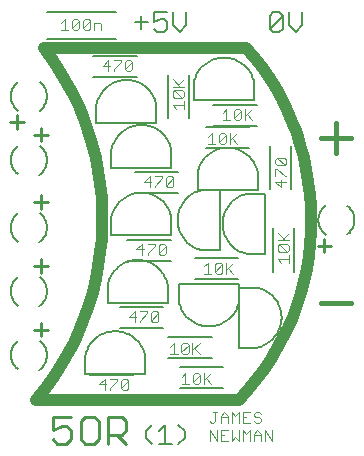
<source format=gto>
G04 Output by ViewMate Deluxe V11.0.9  PentaLogix LLC*
G04 Sun May 11 19:32:23 2014*
%FSLAX33Y33*%
%MOMM*%
%IPPOS*%
%ADD15C,0.0762*%
%ADD16C,0.127*%
%ADD105C,0.254*%
%ADD106C,0.4064*%
%ADD107C,0.1524*%
%ADD108C,0.1016*%
%ADD109C,1.016*%

%LPD*%
X0Y0D2*D15*G1X18844Y28090D2*X18687Y28247D1*X18372Y28247*X18217Y28090*X18217Y27462*X18372Y27305*X18687Y27305*X18844Y27462*X18844Y28090*X18217Y27462*X16815Y28247D2*X16815Y27305D1*X17280Y28247D2*X17907Y28247D1*X17907Y28090*X17280Y27462*X17280Y27305*X16972Y27775D2*X16345Y27775D1*X16815Y28247*X14414Y37932D2*X14414Y38090D1*X13787Y38090*X13322Y37148D2*X13322Y38090D1*X12852Y37617*X13480Y37617*X13787Y37148D2*X13787Y37305D1*X14414Y37932*X14724Y37305D2*X14724Y37932D1*X14879Y38090*X15194Y38090*X15352Y37932*X15352Y37305D2*X15352Y37932D1*X14724Y37305*X14879Y37148*X15194Y37148*X15352Y37305*X19553Y34897D2*X18926Y34897D1*X19240Y35989D2*X19710Y36459D1*X19398Y35832D2*X18771Y36459D1*X18771Y35832D2*X19710Y35832D1*X18926Y35522D2*X19553Y35522D1*X19710Y35367*X19710Y35052*X19553Y34897*X18926Y35522*X18771Y35367*X18771Y35052*X18926Y34897*X19083Y33960D2*X18771Y34275D1*X19710Y34275*X19710Y33960D2*X19710Y34587D1*X23782Y31458D2*X24254Y30988D1*X23627Y31303D2*X24254Y31930D1*X23627Y31930D2*X23627Y30988D1*X23160Y31930D2*X23317Y31773D1*X21755Y31615D2*X22068Y31930D1*X22068Y30988*X22382Y30988D2*X21755Y30988D1*X22690Y31145D2*X22847Y30988D1*X23160Y30988*X23317Y31145*X23317Y31773*X22690Y31145*X22690Y31773*X22847Y31930*X23160Y31930*X23012Y33647D2*X23325Y33962D1*X23325Y33020*X23640Y33020D2*X23012Y33020D1*X24574Y33805D2*X24420Y33962D1*X24105Y33962*X23947Y33805*X23947Y33177*X24574Y33177D2*X24574Y33805D1*X23947Y33177*X24105Y33020*X24420Y33020*X24574Y33177*X24884Y33962D2*X24884Y33020D1*X24884Y33335D2*X25512Y33962D1*X25512Y33020D2*X25039Y33490D1*X27625Y29177D2*X28252Y29177D1*X27625Y29804D2*X28252Y29804D1*X28410Y29647*X28410Y29334*X28252Y29177*X27625Y29804*X27470Y29647*X27470Y29334*X27625Y29177*X28410Y27775D2*X27470Y27775D1*X27940Y27305*X27470Y28242D2*X27470Y28867D1*X27625Y28867*X28252Y28242*X28410Y28242*X27940Y27305D2*X27940Y27932D1*X28443Y21880D2*X27816Y21880D1*X28130Y22972D2*X28600Y23442D1*X28288Y22814D2*X27661Y23442D1*X27661Y22814D2*X28600Y22814D1*X27816Y22504D2*X28443Y22504D1*X28600Y22349*X28600Y22034*X28443Y21880*X27816Y22504*X27661Y22349*X27661Y22034*X27816Y21880*X27973Y20942D2*X27661Y21257D1*X28600Y21570D2*X28600Y20942D1*X27661Y21257D2*X28600Y21257D1*X23452Y20472D2*X23924Y20002D1*X23297Y20317D2*X23924Y20945D1*X23297Y20945D2*X23297Y20002D1*X22987Y20787D2*X22987Y20160D1*X22832Y20002*X22517Y20002*X22360Y20160*X22987Y20787*X22832Y20945*X22517Y20945*X22360Y20787*X22360Y20160*X21425Y20002D2*X22052Y20002D1*X21737Y20002D2*X21737Y20945D1*X21425Y20630*X18209Y22375D2*X18052Y22532D1*X17737Y22532*X17582Y22375*X17582Y21747*X17737Y21590*X18052Y21590*X18209Y21747*X18209Y22375*X17582Y21747*X16180Y21590D2*X16180Y22532D1*X15710Y22060*X16337Y22060*X16645Y22532D2*X17272Y22532D1*X17272Y22375*X16645Y21747*X16645Y21590*X16637Y16660D2*X16637Y16817D1*X16010Y16817*X15702Y16345D2*X15075Y16345D1*X15545Y16817*X15545Y15875*X16010Y15875D2*X16010Y16032D1*X16637Y16660*X17574Y16660D2*X17417Y16817D1*X17102Y16817*X16947Y16660*X16947Y16032*X17417Y15875D2*X17574Y16032D1*X17574Y16660*X16947Y16032*X17102Y15875*X17417Y15875*X21560Y11138D2*X22032Y10668D1*X21405Y10983D2*X22032Y11610D1*X21405Y11610D2*X21405Y10668D1*X20937Y11610D2*X21095Y11453D1*X19533Y11295D2*X19845Y11610D1*X19845Y10668*X20160Y10668D2*X19533Y10668D1*X20467Y10825D2*X20625Y10668D1*X20937Y10668*X21095Y10825*X21095Y11453*X20467Y10825*X20467Y11453*X20625Y11610*X20937Y11610*X20607Y13678D2*X21079Y13208D1*X20452Y13523D2*X21079Y14150D1*X20452Y14150D2*X20452Y13208D1*X20142Y13993D2*X19985Y14150D1*X19672Y14150*X19515Y13993*X19515Y13365D2*X19672Y13208D1*X19985Y13208*X20142Y13365*X20142Y13993*X19515Y13365*X19515Y13993*X18580Y13835D2*X18893Y14150D1*X18893Y13208*X18580Y13208D2*X19207Y13208D1*X15034Y10945D2*X14877Y11102D1*X14562Y11102*X14407Y10945*X14407Y10317D2*X14562Y10160D1*X14877Y10160*X15034Y10317*X15034Y10945*X14407Y10317*X14407Y10945*X13005Y10160D2*X13005Y11102D1*X12535Y10630*X13470Y11102D2*X14097Y11102D1*X14097Y10945*X13470Y10317*X13470Y10160*X12535Y10630D2*X13162Y10630D1*D16*X20574Y36220D2*X20610Y36375D1*X20655Y36525*X20709Y36675*X20772Y36820*X20843Y36960*X20925Y37097*X21013Y37229*X21110Y37353*X21212Y37473*X21323Y37584*X21440Y37691*X21565Y37790*X21694Y37879*X21829Y37963*X21968Y38036*X22113Y38103*X22261Y38158*X22410Y38207*X22565Y38245*X22720Y38273*X22878Y38293*X23035Y38303*X23193Y38303*X23350Y38293*X23508Y38273*X23663Y38245*X23818Y38207*X23967Y38158*X24115Y38103*X24260Y38036*X24399Y37963*X24534Y37879*X24663Y37790*X24788Y37691*X24905Y37584*X25016Y37473*X25118Y37353*X25215Y37229*X25303Y37097*X25385Y36960*X25456Y36820*X25519Y36675*X25573Y36525*X25618Y36375*X25654Y36220*X25654Y34696*X20574Y34696*X20574Y36220*X16446Y13043D2*X16411Y13198D1*X16365Y13348*X16312Y13498*X16248Y13642*X16177Y13782*X16096Y13919*X16007Y14051*X15911Y14176*X15809Y14295*X15697Y14407*X15580Y14514*X15456Y14613*X15326Y14702*X15192Y14785*X15052Y14859*X14907Y14925*X14760Y14981*X14610Y15029*X14455Y15067*X14300Y15095*X14143Y15116*X13985Y15126*X13828Y15126*X13670Y15116*X13513Y15095*X13358Y15067*X13203Y15029*X13053Y14981*X12906Y14925*X12761Y14859*X12621Y14785*X12487Y14702*X12357Y14613*X12233Y14514*X12116Y14407*X12004Y14295*X11902Y14176*X11806Y14051*X11717Y13919*X11636Y13782*X11565Y13642*X11501Y13498*X11448Y13348*X11402Y13198*X11366Y13043*X11366Y11519*X16446Y11519*X16446Y13043*X19304Y17615D2*X19340Y17460D1*X19385Y17310*X19439Y17160*X19502Y17015*X19573Y16876*X19655Y16739*X19743Y16607*X19840Y16482*X19942Y16363*X20053Y16251*X20170Y16144*X20295Y16045*X20424Y15956*X20559Y15872*X20698Y15799*X20843Y15733*X20991Y15677*X21140Y15629*X21295Y15591*X21450Y15563*X21608Y15542*X21765Y15532*X21923Y15532*X22080Y15542*X22238Y15563*X22393Y15591*X22548Y15629*X22697Y15677*X22845Y15733*X22990Y15799*X23129Y15872*X23264Y15956*X23393Y16045*X23518Y16144*X23635Y16251*X23746Y16363*X23848Y16482*X23945Y16607*X24033Y16739*X24115Y16876*X24186Y17015*X24249Y17160*X24303Y17310*X24348Y17460*X24384Y17615*X25082Y21679D2*X24928Y21714D1*X24778Y21760*X24628Y21814*X24483Y21877*X24343Y21948*X24206Y22029*X24074Y22118*X23950Y22215*X23830Y22316*X23719Y22428*X23612Y22545*X23513Y22670*X23424Y22799*X23340Y22934*X23266Y23073*X23200Y23218*X23144Y23365*X23096Y23515*X23058Y23670*X23030Y23825*X23010Y23983*X23000Y24140*X23000Y24298*X23010Y24455*X23030Y24613*X23058Y24768*X23096Y24922*X23144Y25072*X23200Y25220*X23266Y25364*X23340Y25504*X23424Y25639*X23513Y25768*X23612Y25893*X23719Y26010*X23830Y26121*X23950Y26223*X24074Y26319*X24206Y26408*X24343Y26490*X24483Y26561*X24628Y26624*X24778Y26678*X24928Y26723*X25082Y26759*X25972Y28600D2*X25936Y28755D1*X25890Y28905*X25837Y29055*X25773Y29200*X25702Y29340*X25621Y29477*X25532Y29609*X25436Y29733*X25334Y29853*X25222Y29964*X25105Y30071*X24981Y30170*X24851Y30259*X24717Y30343*X24577Y30416*X24432Y30483*X24285Y30538*X24135Y30587*X23980Y30625*X23825Y30653*X23668Y30673*X23510Y30683*X23353Y30683*X23195Y30673*X23038Y30653*X22883Y30625*X22728Y30587*X22578Y30538*X22431Y30483*X22286Y30416*X22146Y30343*X22012Y30259*X21882Y30170*X21758Y30071*X21641Y29964*X21529Y29853*X21427Y29733*X21331Y29609*X21242Y29477*X21161Y29340*X21090Y29200*X21026Y29055*X20973Y28905*X20927Y28755*X20892Y28600*X18669Y24790D2*X18633Y24945D1*X18588Y25095*X18534Y25245*X18471Y25390*X18400Y25530*X18318Y25667*X18230Y25799*X18133Y25923*X18031Y26043*X17920Y26154*X17803Y26261*X17678Y26360*X17549Y26449*X17414Y26533*X17275Y26606*X17130Y26673*X16982Y26728*X16833Y26777*X16678Y26815*X16523Y26843*X16365Y26863*X16208Y26873*X16050Y26873*X15893Y26863*X15735Y26843*X15580Y26815*X15425Y26777*X15276Y26728*X15128Y26673*X14983Y26606*X14844Y26533*X14709Y26449*X14580Y26360*X14455Y26261*X14338Y26154*X14227Y26043*X14125Y25923*X14028Y25799*X13940Y25667*X13858Y25530*X13787Y25390*X13724Y25245*X13670Y25095*X13625Y24945*X13589Y24790*X13589Y23266*X18669Y23266*X18669Y24790*X21272Y21996D2*X21118Y22032D1*X20968Y22078*X20818Y22131*X20673Y22195*X20533Y22266*X20396Y22347*X20264Y22436*X20140Y22532*X20020Y22634*X19909Y22746*X19802Y22863*X19703Y22987*X19614Y23117*X19530Y23251*X19456Y23391*X19390Y23536*X19334Y23683*X19286Y23833*X19248Y23988*X19220Y24143*X19200Y24300*X19190Y24458*X19190Y24615*X19200Y24773*X19220Y24930*X19248Y25085*X19286Y25240*X19334Y25390*X19390Y25537*X19456Y25682*X19530Y25822*X19614Y25956*X19703Y26086*X19802Y26210*X19909Y26327*X20020Y26439*X20140Y26540*X20264Y26637*X20396Y26726*X20533Y26807*X20673Y26878*X20818Y26942*X20968Y26995*X21118Y27041*X21272Y27076*X22796Y27076*X22796Y21996*X21272Y21996*X18352Y19075D2*X18316Y19230D1*X18270Y19380*X18217Y19530*X18153Y19675*X18082Y19815*X18001Y19952*X17912Y20084*X17816Y20208*X17714Y20328*X17602Y20439*X17485Y20546*X17361Y20645*X17231Y20734*X17097Y20818*X16957Y20892*X16812Y20958*X16665Y21013*X16515Y21062*X16360Y21100*X16205Y21128*X16048Y21148*X15890Y21158*X15733Y21158*X15575Y21148*X15418Y21128*X15263Y21100*X15108Y21062*X14958Y21013*X14811Y20958*X14666Y20892*X14526Y20818*X14392Y20734*X14262Y20645*X14138Y20546*X14021Y20439*X13909Y20328*X13807Y20208*X13711Y20084*X13622Y19952*X13541Y19815*X13470Y19675*X13406Y19530*X13353Y19380*X13307Y19230*X13272Y19075*X13272Y17551*X18352Y17551*X18352Y19075*X19304Y17615D2*X19304Y19139D1*X24384Y19139*X25908Y18821D2*X26063Y18786D1*X26213Y18740*X26363Y18687*X26507Y18623*X26647Y18552*X26784Y18471*X26916Y18382*X27041Y18285*X27160Y18184*X27272Y18072*X27379Y17955*X27478Y17831*X27567Y17701*X27650Y17567*X27724Y17427*X27790Y17282*X27846Y17135*X27894Y16985*X27932Y16830*X27960Y16675*X27981Y16518*X27991Y16360*X27991Y16203*X27981Y16045*X27960Y15888*X27932Y15733*X27894Y15578*X27846Y15428*X27790Y15281*X27724Y15136*X27650Y14996*X27567Y14862*X27478Y14732*X27379Y14608*X27272Y14491*X27160Y14379*X27041Y14277*X26916Y14181*X26784Y14092*X26647Y14011*X26507Y13940*X26363Y13876*X26213Y13823*X26063Y13777*X25908Y13741*X24384Y13741*X24384Y18821*X25908Y18821*X24384Y19139D2*X24384Y17615D1*X25082Y21679D2*X26606Y21679D1*X26606Y26759*X25082Y26759*X25972Y28600D2*X25972Y27076D1*X20892Y27076*X20892Y28600*X18669Y30505D2*X18633Y30660D1*X18588Y30810*X18534Y30960*X18471Y31105*X18400Y31245*X18318Y31382*X18230Y31514*X18133Y31638*X18031Y31758*X17920Y31869*X17803Y31976*X17678Y32075*X17549Y32164*X17414Y32248*X17275Y32322*X17130Y32388*X16982Y32443*X16833Y32492*X16678Y32530*X16523Y32558*X16365Y32578*X16208Y32588*X16050Y32588*X15893Y32578*X15735Y32558*X15580Y32530*X15425Y32492*X15276Y32443*X15128Y32388*X14983Y32322*X14844Y32248*X14709Y32164*X14580Y32075*X14455Y31976*X14338Y31869*X14227Y31758*X14125Y31638*X14028Y31514*X13940Y31382*X13858Y31245*X13787Y31105*X13724Y30960*X13670Y30810*X13625Y30660*X13589Y30505*X12319Y34315D2*X12355Y34470D1*X12400Y34620*X12454Y34770*X12517Y34915*X12588Y35055*X12670Y35192*X12758Y35324*X12855Y35448*X12957Y35568*X13068Y35679*X13185Y35786*X13310Y35885*X13439Y35974*X13574Y36058*X13713Y36132*X13858Y36198*X14006Y36253*X14155Y36302*X14310Y36340*X14465Y36368*X14623Y36388*X14780Y36398*X14938Y36398*X15095Y36388*X15253Y36368*X15408Y36340*X15563Y36302*X15712Y36253*X15860Y36198*X16005Y36132*X16144Y36058*X16279Y35974*X16408Y35885*X16533Y35786*X16650Y35679*X16761Y35568*X16863Y35448*X16960Y35324*X17048Y35192*X17130Y35055*X17201Y34915*X17264Y34770*X17318Y34620*X17363Y34470*X17399Y34315*X17399Y32791*X12319Y32791*X12319Y34315*X13589Y30505D2*X13589Y28981D1*X18669Y28981*X18669Y30505*D105*X31623Y22949D2*X31623Y21806D1*X31052Y22377D2*X32194Y22377D1*X5588Y33426D2*X5588Y32283D1*X6160Y32855D2*X5016Y32855D1*X7048Y31775D2*X8192Y31775D1*X7620Y31204D2*X7620Y32347D1*X7048Y26060D2*X8192Y26060D1*X7620Y25489D2*X7620Y26632D1*X7048Y20663D2*X8192Y20663D1*X7620Y20091D2*X7620Y21234D1*X7048Y15265D2*X8192Y15265D1*X7620Y14694D2*X7620Y15837D1*X14077Y6375D2*X14839Y5613D1*X13315Y7902D2*X14458Y7902D1*X14839Y7521*X14839Y6759*X14458Y6375*X13315Y6375*X13315Y7902D2*X13315Y5613D1*X10975Y7521D2*X11356Y7902D1*X12118Y7902*X12499Y7521*X12499Y5994*X12118Y5613*X11356Y5613*X10975Y5994*X10975Y7521*X10163Y7902D2*X8636Y7902D1*X8636Y6759*X9398Y7140*X9779Y7140*X10163Y6759*X10163Y5994*X9779Y5613*X9017Y5613*X8636Y5994*D106*X31369Y31521D2*X33909Y31521D1*X32639Y30251D2*X32639Y32791D1*X31369Y17551D2*X33909Y17551D1*D107*X31115Y24536D2*X31120Y24656D1*X31135Y24778*X31158Y24895*X31191Y25011*X31232Y25123*X31285Y25235*X31344Y25339*X31410Y25438*X31486Y25532*X31570Y25621*X31659Y25702*X31753Y25776*X34163Y24536D2*X34158Y24422D1*X34145Y24305*X34125Y24194*X34094Y24082*X34054Y23973*X34008Y23866*X33952Y23764*X33891Y23668*X33823Y23576*X33746Y23487*X33663Y23409*X33574Y23332*X31115Y24536D2*X31120Y24420D1*X31133Y24303*X31156Y24186*X31186Y24072*X31227Y23962*X31275Y23856*X31333Y23752*X31397Y23652*X31468Y23561*X31547Y23472*X31633Y23391*X31725Y23317*X34163Y24536D2*X34158Y24651D1*X34145Y24768*X34125Y24879*X34094Y24991*X34054Y25100*X34008Y25207*X33952Y25309*X33891Y25405*X33823Y25497*X33746Y25585*X33663Y25664*X33574Y25740*X29083Y20155D2*X29083Y23838D1*X27305Y23838D2*X27305Y20155D1*X15558Y28600D2*X19240Y28600D1*X19240Y26822D2*X15558Y26822D1*X14922Y22885D2*X18606Y22885D1*X18606Y21107D2*X14922Y21107D1*X24320Y21298D2*X20638Y21298D1*X20638Y19520D2*X24320Y19520D1*X14288Y17170D2*X17970Y17170D1*X17970Y15392D2*X14288Y15392D1*X22098Y14630D2*X18415Y14630D1*X18415Y12852D2*X22098Y12852D1*X23050Y12090D2*X19368Y12090D1*X19368Y10312D2*X23050Y10312D1*X19251Y5563D2*X19794Y6106D1*X19794Y6647*X19251Y7191*X17066Y7191D2*X16523Y6647D1*X17615Y6647D2*X18156Y7191D1*X18156Y5563*X17615Y5563D2*X18699Y5563D1*X17066Y5563D2*X16523Y6106D1*X16523Y6647*X15430Y9677D2*X11748Y9677D1*X11748Y11455D2*X15430Y11455D1*X7518Y14326D2*X7610Y14252D1*X7696Y14171*X7775Y14082*X7846Y13990*X7910Y13891*X7968Y13787*X8016Y13680*X8057Y13571*X8087Y13457*X8110Y13340*X8123Y13223*X8128Y13106*X5669Y11902D2*X5580Y11979D1*X5497Y12057*X5420Y12146*X5352Y12238*X5291Y12334*X5235Y12436*X5189Y12543*X5149Y12652*X5118Y12764*X5098Y12875*X5085Y12992*X5080Y13106*X5669Y14310D2*X5580Y14234D1*X5497Y14155*X5420Y14067*X5352Y13975*X5291Y13879*X5235Y13777*X5189Y13670*X5149Y13561*X5118Y13449*X5098Y13338*X5085Y13221*X5080Y13106*X7490Y11867D2*X7584Y11941D1*X7673Y12022*X7757Y12111*X7833Y12205*X7899Y12304*X7958Y12408*X8011Y12520*X8052Y12631*X8085Y12748*X8108Y12865*X8123Y12987*X8128Y13106*X7518Y19723D2*X7610Y19649D1*X7696Y19568*X7775Y19479*X7846Y19388*X7910Y19289*X7968Y19185*X8016Y19078*X8057Y18969*X8087Y18854*X8110Y18738*X8123Y18621*X8128Y18504*X5669Y17300D2*X5580Y17376D1*X5497Y17455*X5420Y17544*X5352Y17635*X5291Y17732*X5235Y17833*X5189Y17940*X5149Y18049*X5118Y18161*X5098Y18273*X5085Y18390*X5080Y18504*X5669Y19708D2*X5580Y19632D1*X5497Y19553*X5420Y19464*X5352Y19373*X5291Y19276*X5235Y19174*X5189Y19068*X5149Y18959*X5118Y18847*X5098Y18735*X5085Y18618*X5080Y18504*X7490Y17264D2*X7584Y17338D1*X7673Y17419*X7757Y17508*X7833Y17602*X7899Y17701*X7958Y17805*X8011Y17917*X8052Y18029*X8085Y18146*X8108Y18263*X8123Y18385*X8128Y18504*X7518Y25121D2*X7610Y25047D1*X7696Y24966*X7775Y24877*X7846Y24785*X7910Y24686*X7968Y24582*X8016Y24475*X8057Y24366*X8087Y24252*X8110Y24135*X8123Y24018*X8128Y23901*X5669Y22697D2*X5580Y22774D1*X5497Y22852*X5420Y22941*X5352Y23033*X5291Y23129*X5235Y23231*X5189Y23338*X5149Y23447*X5118Y23558*X5098Y23670*X5085Y23787*X5080Y23901*X5669Y25105D2*X5580Y25029D1*X5497Y24950*X5420Y24862*X5352Y24770*X5291Y24674*X5235Y24572*X5189Y24465*X5149Y24356*X5118Y24244*X5098Y24133*X5085Y24016*X5080Y23901*X7490Y22662D2*X7584Y22736D1*X7673Y22817*X7757Y22906*X7833Y23000*X7899Y23099*X7958Y23203*X8011Y23315*X8052Y23426*X8085Y23543*X8108Y23660*X8123Y23782*X8128Y23901*X7518Y30836D2*X7610Y30762D1*X7696Y30681*X7775Y30592*X7846Y30500*X7910Y30401*X7968Y30297*X8016Y30190*X8057Y30081*X8087Y29967*X8110Y29850*X8123Y29733*X8128Y29616*X5669Y28412D2*X5580Y28489D1*X5497Y28567*X5420Y28656*X5352Y28748*X5291Y28844*X5235Y28946*X5189Y29053*X5149Y29162*X5118Y29274*X5098Y29385*X5085Y29502*X5080Y29616*X5669Y30820D2*X5580Y30744D1*X5497Y30665*X5420Y30577*X5352Y30485*X5291Y30389*X5235Y30287*X5189Y30180*X5149Y30071*X5118Y29959*X5098Y29848*X5085Y29731*X5080Y29616*X7490Y28377D2*X7584Y28451D1*X7673Y28532*X7757Y28621*X7833Y28715*X7899Y28814*X7958Y28918*X8011Y29030*X8052Y29141*X8085Y29258*X8108Y29375*X8123Y29497*X8128Y29616*X7539Y36218D2*X7628Y36142D1*X7711Y36063*X7788Y35974*X7856Y35883*X7917Y35786*X7973Y35684*X8019Y35578*X8059Y35469*X8090Y35357*X8110Y35245*X8123Y35128*X8128Y35014*X5690Y33795D2*X5598Y33868D1*X5512Y33950*X5433Y34039*X5362Y34130*X5298Y34229*X5240Y34333*X5192Y34440*X5151Y34549*X5121Y34663*X5098Y34780*X5085Y34897*X5080Y35014*X5718Y36253D2*X5624Y36180D1*X5535Y36098*X5451Y36010*X5375Y35916*X5309Y35817*X5250Y35712*X5197Y35601*X5156Y35489*X5123Y35372*X5100Y35255*X5085Y35133*X5080Y35014*X7539Y33810D2*X7628Y33886D1*X7711Y33965*X7788Y34054*X7856Y34145*X7917Y34242*X7973Y34343*X8019Y34450*X8059Y34559*X8090Y34671*X8110Y34783*X8123Y34900*X8128Y35014*X16114Y40759D2*X16114Y41844D1*X18844Y42116D2*X18844Y41031D1*X19929Y42116D2*X19929Y41031D1*X19388Y40488*X18844Y41031*X18021Y41572D2*X17750Y41572D1*X17208Y41300*X17208Y40759D2*X17478Y40488D1*X18021Y40488*X18293Y40759*X18293Y41300*X18021Y41572*X18293Y42116D2*X17208Y42116D1*X17208Y41300*X15570Y41300D2*X16655Y41300D1*X8128Y42189D2*X13970Y42189D1*X13970Y39903D2*X8128Y39903D1*X12065Y38443D2*X15748Y38443D1*X15748Y36665D2*X12065Y36665D1*X18415Y33172D2*X18415Y36855D1*X20193Y36855D2*X20193Y33172D1*X29723Y42116D2*X29723Y41031D1*X29180Y40488*X28638Y41031*X28638Y42116*X28085Y41844D2*X27813Y42116D1*X27272Y42116*X27000Y41844*X27000Y40759*X27272Y40488D2*X27813Y40488D1*X28085Y40759*X28085Y41844*X27000Y40759*X27272Y40488*X22225Y34315D2*X25908Y34315D1*X25908Y32537D2*X22225Y32537D1*X21590Y32410D2*X25273Y32410D1*X25273Y30632D2*X21590Y30632D1*X26988Y27140D2*X26988Y30823D1*X28766Y30823D2*X28766Y27140D1*D108*X9322Y41262D2*X9627Y41570D1*X9627Y40653*X9931Y40653D2*X9322Y40653D1*X10257Y40805D2*X10257Y41415D1*X10409Y41570*X10714Y41570*X10869Y41415*X10257Y40805*X10409Y40653*X10714Y40653*X10869Y40805*X10869Y41415*X11803Y41415D2*X11651Y41570D1*X11346Y41570*X11194Y41415*X11194Y40805*X11803Y40805D2*X11803Y41415D1*X11194Y40805*X11346Y40653*X11651Y40653*X11803Y40805*X12128Y40653D2*X12128Y41262D1*X12586Y41262*X12738Y41110*X12738Y40653*X26093Y8296D2*X26246Y8141D1*X21895Y5855D2*X21895Y6772D1*X22504Y5855*X21895Y7531D2*X22047Y7379D1*X22200Y7379*X22200Y8296D2*X22504Y8296D1*X22352Y8296D2*X22352Y7531D1*X22200Y7379*X22504Y5855D2*X22504Y6772D1*X23134Y6312D2*X22830Y6312D1*X23767Y6772D2*X23767Y5855D1*X24702Y5855D2*X24702Y6772D1*X26246Y6312D2*X25636Y6312D1*X27183Y6772D2*X27183Y5855D1*X26573Y6772*X26573Y5855*X26246Y5855D2*X26246Y6464D1*X25941Y6772*X25636Y6464*X25636Y5855*X25311Y5855D2*X25311Y6772D1*X25006Y6464*X24702Y6772*X24376Y6772D2*X24376Y5855D1*X24072Y6160*X23767Y5855*X23442Y5855D2*X22830Y5855D1*X22830Y6772*X23442Y6772*X22830Y7836D2*X23442Y7836D1*X22830Y7379D2*X22830Y7988D1*X23134Y8296*X23442Y7988*X23442Y7379*X23767Y7379D2*X23767Y8296D1*X24072Y7988*X24376Y8296*X24376Y7379*X25006Y7836D2*X24702Y7836D1*X25311Y8296D2*X24702Y8296D1*X24702Y7379*X25311Y7379*X25636Y7531D2*X25789Y7379D1*X26093Y7379*X26246Y7531*X26246Y7684*X26093Y7836*X25789Y7836*X25636Y7988*X25636Y8141*X25789Y8296*X26093Y8296*D109*X7239Y9299D2*X7958Y10198D1*X8633Y11130*X9263Y12095*X9845Y13091*X10378Y14112*X10861Y15159*X11293Y16226*X11671Y17315*X11999Y18420*X12271Y19538*X12489Y20671*X12654Y21811*X12761Y22957*X12814Y24110*X12812Y25260*X12751Y26411*X12636Y27559*X12466Y28697*X12243Y29827*X11963Y30945*X11628Y32047*X11245Y33134*X10805Y34199*X10315Y35242*X9776Y36261*X9190Y37252*X8555Y38214*X7874Y39144*X25019Y39141D2*X7874Y39141D1*X25019Y39144D2*X25697Y38331D1*X26337Y37490*X26934Y36617*X27490Y35717*X28001Y34793*X28468Y33843*X28890Y32875*X29263Y31885*X29588Y30879*X29868Y29860*X30096Y28829*X30274Y27785*X30404Y26736*X30483Y25682*X30510Y24625*X30488Y23569*X30414Y22515*X30292Y21463*X30117Y20422*X29896Y19388*X29621Y18367*X29301Y17358*X28933Y16368*X28517Y15395*X28054Y14445*X27549Y13518*X26998Y12614*X26406Y11740*X25771Y10894*X25098Y10079*X24384Y9299*X7239Y9296D2*X24384Y9296D1*X0Y0D2*M02*
</source>
